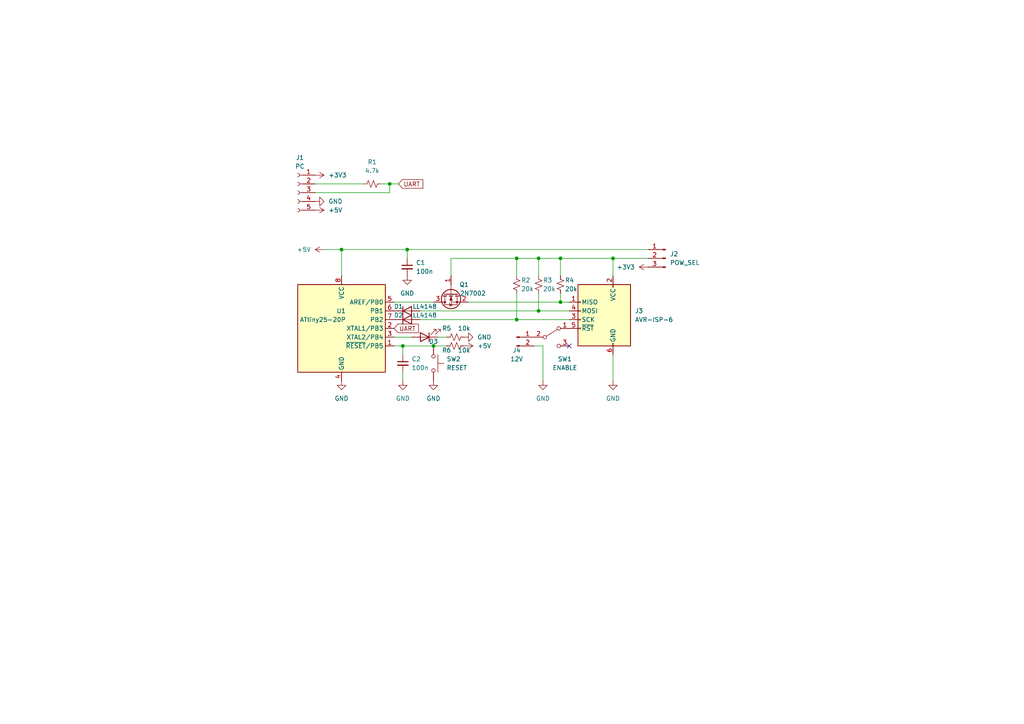
<source format=kicad_sch>
(kicad_sch (version 20230121) (generator eeschema)

  (uuid 73a66f9a-bf0c-4d1c-83de-95af1a15ee8d)

  (paper "A4")

  (lib_symbols
    (symbol "Connector:AVR-ISP-6" (pin_names (offset 1.016)) (in_bom yes) (on_board yes)
      (property "Reference" "J" (at -6.35 11.43 0)
        (effects (font (size 1.27 1.27)) (justify left))
      )
      (property "Value" "AVR-ISP-6" (at 0 11.43 0)
        (effects (font (size 1.27 1.27)) (justify left))
      )
      (property "Footprint" "" (at -6.35 1.27 90)
        (effects (font (size 1.27 1.27)) hide)
      )
      (property "Datasheet" " ~" (at -32.385 -13.97 0)
        (effects (font (size 1.27 1.27)) hide)
      )
      (property "ki_keywords" "AVR ISP Connector" (at 0 0 0)
        (effects (font (size 1.27 1.27)) hide)
      )
      (property "ki_description" "Atmel 6-pin ISP connector" (at 0 0 0)
        (effects (font (size 1.27 1.27)) hide)
      )
      (property "ki_fp_filters" "IDC?Header*2x03* Pin?Header*2x03*" (at 0 0 0)
        (effects (font (size 1.27 1.27)) hide)
      )
      (symbol "AVR-ISP-6_0_1"
        (rectangle (start -2.667 -6.858) (end -2.413 -7.62)
          (stroke (width 0) (type default))
          (fill (type none))
        )
        (rectangle (start -2.667 10.16) (end -2.413 9.398)
          (stroke (width 0) (type default))
          (fill (type none))
        )
        (rectangle (start 7.62 -2.413) (end 6.858 -2.667)
          (stroke (width 0) (type default))
          (fill (type none))
        )
        (rectangle (start 7.62 0.127) (end 6.858 -0.127)
          (stroke (width 0) (type default))
          (fill (type none))
        )
        (rectangle (start 7.62 2.667) (end 6.858 2.413)
          (stroke (width 0) (type default))
          (fill (type none))
        )
        (rectangle (start 7.62 5.207) (end 6.858 4.953)
          (stroke (width 0) (type default))
          (fill (type none))
        )
        (rectangle (start 7.62 10.16) (end -7.62 -7.62)
          (stroke (width 0.254) (type default))
          (fill (type background))
        )
      )
      (symbol "AVR-ISP-6_1_1"
        (pin passive line (at 10.16 5.08 180) (length 2.54)
          (name "MISO" (effects (font (size 1.27 1.27))))
          (number "1" (effects (font (size 1.27 1.27))))
        )
        (pin passive line (at -2.54 12.7 270) (length 2.54)
          (name "VCC" (effects (font (size 1.27 1.27))))
          (number "2" (effects (font (size 1.27 1.27))))
        )
        (pin passive line (at 10.16 0 180) (length 2.54)
          (name "SCK" (effects (font (size 1.27 1.27))))
          (number "3" (effects (font (size 1.27 1.27))))
        )
        (pin passive line (at 10.16 2.54 180) (length 2.54)
          (name "MOSI" (effects (font (size 1.27 1.27))))
          (number "4" (effects (font (size 1.27 1.27))))
        )
        (pin passive line (at 10.16 -2.54 180) (length 2.54)
          (name "~{RST}" (effects (font (size 1.27 1.27))))
          (number "5" (effects (font (size 1.27 1.27))))
        )
        (pin passive line (at -2.54 -10.16 90) (length 2.54)
          (name "GND" (effects (font (size 1.27 1.27))))
          (number "6" (effects (font (size 1.27 1.27))))
        )
      )
    )
    (symbol "Connector:Conn_01x02_Pin" (pin_names (offset 1.016) hide) (in_bom yes) (on_board yes)
      (property "Reference" "J" (at 0 2.54 0)
        (effects (font (size 1.27 1.27)))
      )
      (property "Value" "Conn_01x02_Pin" (at 0 -5.08 0)
        (effects (font (size 1.27 1.27)))
      )
      (property "Footprint" "" (at 0 0 0)
        (effects (font (size 1.27 1.27)) hide)
      )
      (property "Datasheet" "~" (at 0 0 0)
        (effects (font (size 1.27 1.27)) hide)
      )
      (property "ki_locked" "" (at 0 0 0)
        (effects (font (size 1.27 1.27)))
      )
      (property "ki_keywords" "connector" (at 0 0 0)
        (effects (font (size 1.27 1.27)) hide)
      )
      (property "ki_description" "Generic connector, single row, 01x02, script generated" (at 0 0 0)
        (effects (font (size 1.27 1.27)) hide)
      )
      (property "ki_fp_filters" "Connector*:*_1x??_*" (at 0 0 0)
        (effects (font (size 1.27 1.27)) hide)
      )
      (symbol "Conn_01x02_Pin_1_1"
        (polyline
          (pts
            (xy 1.27 -2.54)
            (xy 0.8636 -2.54)
          )
          (stroke (width 0.1524) (type default))
          (fill (type none))
        )
        (polyline
          (pts
            (xy 1.27 0)
            (xy 0.8636 0)
          )
          (stroke (width 0.1524) (type default))
          (fill (type none))
        )
        (rectangle (start 0.8636 -2.413) (end 0 -2.667)
          (stroke (width 0.1524) (type default))
          (fill (type outline))
        )
        (rectangle (start 0.8636 0.127) (end 0 -0.127)
          (stroke (width 0.1524) (type default))
          (fill (type outline))
        )
        (pin passive line (at 5.08 0 180) (length 3.81)
          (name "Pin_1" (effects (font (size 1.27 1.27))))
          (number "1" (effects (font (size 1.27 1.27))))
        )
        (pin passive line (at 5.08 -2.54 180) (length 3.81)
          (name "Pin_2" (effects (font (size 1.27 1.27))))
          (number "2" (effects (font (size 1.27 1.27))))
        )
      )
    )
    (symbol "Connector:Conn_01x03_Male" (pin_names (offset 1.016) hide) (in_bom yes) (on_board yes)
      (property "Reference" "J" (at 0 5.08 0)
        (effects (font (size 1.27 1.27)))
      )
      (property "Value" "Conn_01x03_Male" (at 0 -5.08 0)
        (effects (font (size 1.27 1.27)))
      )
      (property "Footprint" "" (at 0 0 0)
        (effects (font (size 1.27 1.27)) hide)
      )
      (property "Datasheet" "~" (at 0 0 0)
        (effects (font (size 1.27 1.27)) hide)
      )
      (property "ki_keywords" "connector" (at 0 0 0)
        (effects (font (size 1.27 1.27)) hide)
      )
      (property "ki_description" "Generic connector, single row, 01x03, script generated (kicad-library-utils/schlib/autogen/connector/)" (at 0 0 0)
        (effects (font (size 1.27 1.27)) hide)
      )
      (property "ki_fp_filters" "Connector*:*_1x??_*" (at 0 0 0)
        (effects (font (size 1.27 1.27)) hide)
      )
      (symbol "Conn_01x03_Male_1_1"
        (polyline
          (pts
            (xy 1.27 -2.54)
            (xy 0.8636 -2.54)
          )
          (stroke (width 0.1524) (type default))
          (fill (type none))
        )
        (polyline
          (pts
            (xy 1.27 0)
            (xy 0.8636 0)
          )
          (stroke (width 0.1524) (type default))
          (fill (type none))
        )
        (polyline
          (pts
            (xy 1.27 2.54)
            (xy 0.8636 2.54)
          )
          (stroke (width 0.1524) (type default))
          (fill (type none))
        )
        (rectangle (start 0.8636 -2.413) (end 0 -2.667)
          (stroke (width 0.1524) (type default))
          (fill (type outline))
        )
        (rectangle (start 0.8636 0.127) (end 0 -0.127)
          (stroke (width 0.1524) (type default))
          (fill (type outline))
        )
        (rectangle (start 0.8636 2.667) (end 0 2.413)
          (stroke (width 0.1524) (type default))
          (fill (type outline))
        )
        (pin passive line (at 5.08 2.54 180) (length 3.81)
          (name "Pin_1" (effects (font (size 1.27 1.27))))
          (number "1" (effects (font (size 1.27 1.27))))
        )
        (pin passive line (at 5.08 0 180) (length 3.81)
          (name "Pin_2" (effects (font (size 1.27 1.27))))
          (number "2" (effects (font (size 1.27 1.27))))
        )
        (pin passive line (at 5.08 -2.54 180) (length 3.81)
          (name "Pin_3" (effects (font (size 1.27 1.27))))
          (number "3" (effects (font (size 1.27 1.27))))
        )
      )
    )
    (symbol "Connector:Conn_01x05_Female" (pin_names (offset 1.016) hide) (in_bom yes) (on_board yes)
      (property "Reference" "J" (at 0 7.62 0)
        (effects (font (size 1.27 1.27)))
      )
      (property "Value" "Conn_01x05_Female" (at 0 -7.62 0)
        (effects (font (size 1.27 1.27)))
      )
      (property "Footprint" "" (at 0 0 0)
        (effects (font (size 1.27 1.27)) hide)
      )
      (property "Datasheet" "~" (at 0 0 0)
        (effects (font (size 1.27 1.27)) hide)
      )
      (property "ki_keywords" "connector" (at 0 0 0)
        (effects (font (size 1.27 1.27)) hide)
      )
      (property "ki_description" "Generic connector, single row, 01x05, script generated (kicad-library-utils/schlib/autogen/connector/)" (at 0 0 0)
        (effects (font (size 1.27 1.27)) hide)
      )
      (property "ki_fp_filters" "Connector*:*_1x??_*" (at 0 0 0)
        (effects (font (size 1.27 1.27)) hide)
      )
      (symbol "Conn_01x05_Female_1_1"
        (arc (start 0 -4.572) (mid -0.5058 -5.08) (end 0 -5.588)
          (stroke (width 0.1524) (type default))
          (fill (type none))
        )
        (arc (start 0 -2.032) (mid -0.5058 -2.54) (end 0 -3.048)
          (stroke (width 0.1524) (type default))
          (fill (type none))
        )
        (polyline
          (pts
            (xy -1.27 -5.08)
            (xy -0.508 -5.08)
          )
          (stroke (width 0.1524) (type default))
          (fill (type none))
        )
        (polyline
          (pts
            (xy -1.27 -2.54)
            (xy -0.508 -2.54)
          )
          (stroke (width 0.1524) (type default))
          (fill (type none))
        )
        (polyline
          (pts
            (xy -1.27 0)
            (xy -0.508 0)
          )
          (stroke (width 0.1524) (type default))
          (fill (type none))
        )
        (polyline
          (pts
            (xy -1.27 2.54)
            (xy -0.508 2.54)
          )
          (stroke (width 0.1524) (type default))
          (fill (type none))
        )
        (polyline
          (pts
            (xy -1.27 5.08)
            (xy -0.508 5.08)
          )
          (stroke (width 0.1524) (type default))
          (fill (type none))
        )
        (arc (start 0 0.508) (mid -0.5058 0) (end 0 -0.508)
          (stroke (width 0.1524) (type default))
          (fill (type none))
        )
        (arc (start 0 3.048) (mid -0.5058 2.54) (end 0 2.032)
          (stroke (width 0.1524) (type default))
          (fill (type none))
        )
        (arc (start 0 5.588) (mid -0.5058 5.08) (end 0 4.572)
          (stroke (width 0.1524) (type default))
          (fill (type none))
        )
        (pin passive line (at -5.08 5.08 0) (length 3.81)
          (name "Pin_1" (effects (font (size 1.27 1.27))))
          (number "1" (effects (font (size 1.27 1.27))))
        )
        (pin passive line (at -5.08 2.54 0) (length 3.81)
          (name "Pin_2" (effects (font (size 1.27 1.27))))
          (number "2" (effects (font (size 1.27 1.27))))
        )
        (pin passive line (at -5.08 0 0) (length 3.81)
          (name "Pin_3" (effects (font (size 1.27 1.27))))
          (number "3" (effects (font (size 1.27 1.27))))
        )
        (pin passive line (at -5.08 -2.54 0) (length 3.81)
          (name "Pin_4" (effects (font (size 1.27 1.27))))
          (number "4" (effects (font (size 1.27 1.27))))
        )
        (pin passive line (at -5.08 -5.08 0) (length 3.81)
          (name "Pin_5" (effects (font (size 1.27 1.27))))
          (number "5" (effects (font (size 1.27 1.27))))
        )
      )
    )
    (symbol "Device:C_Small" (pin_numbers hide) (pin_names (offset 0.254) hide) (in_bom yes) (on_board yes)
      (property "Reference" "C" (at 0.254 1.778 0)
        (effects (font (size 1.27 1.27)) (justify left))
      )
      (property "Value" "C_Small" (at 0.254 -2.032 0)
        (effects (font (size 1.27 1.27)) (justify left))
      )
      (property "Footprint" "" (at 0 0 0)
        (effects (font (size 1.27 1.27)) hide)
      )
      (property "Datasheet" "~" (at 0 0 0)
        (effects (font (size 1.27 1.27)) hide)
      )
      (property "ki_keywords" "capacitor cap" (at 0 0 0)
        (effects (font (size 1.27 1.27)) hide)
      )
      (property "ki_description" "Unpolarized capacitor, small symbol" (at 0 0 0)
        (effects (font (size 1.27 1.27)) hide)
      )
      (property "ki_fp_filters" "C_*" (at 0 0 0)
        (effects (font (size 1.27 1.27)) hide)
      )
      (symbol "C_Small_0_1"
        (polyline
          (pts
            (xy -1.524 -0.508)
            (xy 1.524 -0.508)
          )
          (stroke (width 0.3302) (type default))
          (fill (type none))
        )
        (polyline
          (pts
            (xy -1.524 0.508)
            (xy 1.524 0.508)
          )
          (stroke (width 0.3048) (type default))
          (fill (type none))
        )
      )
      (symbol "C_Small_1_1"
        (pin passive line (at 0 2.54 270) (length 2.032)
          (name "~" (effects (font (size 1.27 1.27))))
          (number "1" (effects (font (size 1.27 1.27))))
        )
        (pin passive line (at 0 -2.54 90) (length 2.032)
          (name "~" (effects (font (size 1.27 1.27))))
          (number "2" (effects (font (size 1.27 1.27))))
        )
      )
    )
    (symbol "Device:LED" (pin_numbers hide) (pin_names (offset 1.016) hide) (in_bom yes) (on_board yes)
      (property "Reference" "D" (at 0 2.54 0)
        (effects (font (size 1.27 1.27)))
      )
      (property "Value" "LED" (at 0 -2.54 0)
        (effects (font (size 1.27 1.27)))
      )
      (property "Footprint" "" (at 0 0 0)
        (effects (font (size 1.27 1.27)) hide)
      )
      (property "Datasheet" "~" (at 0 0 0)
        (effects (font (size 1.27 1.27)) hide)
      )
      (property "ki_keywords" "LED diode" (at 0 0 0)
        (effects (font (size 1.27 1.27)) hide)
      )
      (property "ki_description" "Light emitting diode" (at 0 0 0)
        (effects (font (size 1.27 1.27)) hide)
      )
      (property "ki_fp_filters" "LED* LED_SMD:* LED_THT:*" (at 0 0 0)
        (effects (font (size 1.27 1.27)) hide)
      )
      (symbol "LED_0_1"
        (polyline
          (pts
            (xy -1.27 -1.27)
            (xy -1.27 1.27)
          )
          (stroke (width 0.254) (type default))
          (fill (type none))
        )
        (polyline
          (pts
            (xy -1.27 0)
            (xy 1.27 0)
          )
          (stroke (width 0) (type default))
          (fill (type none))
        )
        (polyline
          (pts
            (xy 1.27 -1.27)
            (xy 1.27 1.27)
            (xy -1.27 0)
            (xy 1.27 -1.27)
          )
          (stroke (width 0.254) (type default))
          (fill (type none))
        )
        (polyline
          (pts
            (xy -3.048 -0.762)
            (xy -4.572 -2.286)
            (xy -3.81 -2.286)
            (xy -4.572 -2.286)
            (xy -4.572 -1.524)
          )
          (stroke (width 0) (type default))
          (fill (type none))
        )
        (polyline
          (pts
            (xy -1.778 -0.762)
            (xy -3.302 -2.286)
            (xy -2.54 -2.286)
            (xy -3.302 -2.286)
            (xy -3.302 -1.524)
          )
          (stroke (width 0) (type default))
          (fill (type none))
        )
      )
      (symbol "LED_1_1"
        (pin passive line (at -3.81 0 0) (length 2.54)
          (name "K" (effects (font (size 1.27 1.27))))
          (number "1" (effects (font (size 1.27 1.27))))
        )
        (pin passive line (at 3.81 0 180) (length 2.54)
          (name "A" (effects (font (size 1.27 1.27))))
          (number "2" (effects (font (size 1.27 1.27))))
        )
      )
    )
    (symbol "Device:R_Small_US" (pin_numbers hide) (pin_names (offset 0.254) hide) (in_bom yes) (on_board yes)
      (property "Reference" "R" (at 0.762 0.508 0)
        (effects (font (size 1.27 1.27)) (justify left))
      )
      (property "Value" "R_Small_US" (at 0.762 -1.016 0)
        (effects (font (size 1.27 1.27)) (justify left))
      )
      (property "Footprint" "" (at 0 0 0)
        (effects (font (size 1.27 1.27)) hide)
      )
      (property "Datasheet" "~" (at 0 0 0)
        (effects (font (size 1.27 1.27)) hide)
      )
      (property "ki_keywords" "r resistor" (at 0 0 0)
        (effects (font (size 1.27 1.27)) hide)
      )
      (property "ki_description" "Resistor, small US symbol" (at 0 0 0)
        (effects (font (size 1.27 1.27)) hide)
      )
      (property "ki_fp_filters" "R_*" (at 0 0 0)
        (effects (font (size 1.27 1.27)) hide)
      )
      (symbol "R_Small_US_1_1"
        (polyline
          (pts
            (xy 0 0)
            (xy 1.016 -0.381)
            (xy 0 -0.762)
            (xy -1.016 -1.143)
            (xy 0 -1.524)
          )
          (stroke (width 0) (type default))
          (fill (type none))
        )
        (polyline
          (pts
            (xy 0 1.524)
            (xy 1.016 1.143)
            (xy 0 0.762)
            (xy -1.016 0.381)
            (xy 0 0)
          )
          (stroke (width 0) (type default))
          (fill (type none))
        )
        (pin passive line (at 0 2.54 270) (length 1.016)
          (name "~" (effects (font (size 1.27 1.27))))
          (number "1" (effects (font (size 1.27 1.27))))
        )
        (pin passive line (at 0 -2.54 90) (length 1.016)
          (name "~" (effects (font (size 1.27 1.27))))
          (number "2" (effects (font (size 1.27 1.27))))
        )
      )
    )
    (symbol "Diode:LL4448" (pin_numbers hide) (pin_names hide) (in_bom yes) (on_board yes)
      (property "Reference" "D" (at 0 2.54 0)
        (effects (font (size 1.27 1.27)))
      )
      (property "Value" "LL4448" (at 0 -2.54 0)
        (effects (font (size 1.27 1.27)))
      )
      (property "Footprint" "Diode_SMD:D_MiniMELF" (at 0 -4.445 0)
        (effects (font (size 1.27 1.27)) hide)
      )
      (property "Datasheet" "http://www.vishay.com/docs/85557/ll4148.pdf" (at 0 0 0)
        (effects (font (size 1.27 1.27)) hide)
      )
      (property "Sim.Device" "D" (at 0 0 0)
        (effects (font (size 1.27 1.27)) hide)
      )
      (property "Sim.Pins" "1=K 2=A" (at 0 0 0)
        (effects (font (size 1.27 1.27)) hide)
      )
      (property "ki_keywords" "diode" (at 0 0 0)
        (effects (font (size 1.27 1.27)) hide)
      )
      (property "ki_description" "100V 0.15A standard switching diode, MiniMELF" (at 0 0 0)
        (effects (font (size 1.27 1.27)) hide)
      )
      (property "ki_fp_filters" "D*MiniMELF*" (at 0 0 0)
        (effects (font (size 1.27 1.27)) hide)
      )
      (symbol "LL4448_0_1"
        (polyline
          (pts
            (xy -1.27 1.27)
            (xy -1.27 -1.27)
          )
          (stroke (width 0.254) (type default))
          (fill (type none))
        )
        (polyline
          (pts
            (xy 1.27 0)
            (xy -1.27 0)
          )
          (stroke (width 0) (type default))
          (fill (type none))
        )
        (polyline
          (pts
            (xy 1.27 1.27)
            (xy 1.27 -1.27)
            (xy -1.27 0)
            (xy 1.27 1.27)
          )
          (stroke (width 0.254) (type default))
          (fill (type none))
        )
      )
      (symbol "LL4448_1_1"
        (pin passive line (at -3.81 0 0) (length 2.54)
          (name "K" (effects (font (size 1.27 1.27))))
          (number "1" (effects (font (size 1.27 1.27))))
        )
        (pin passive line (at 3.81 0 180) (length 2.54)
          (name "A" (effects (font (size 1.27 1.27))))
          (number "2" (effects (font (size 1.27 1.27))))
        )
      )
    )
    (symbol "MCU_Microchip_ATtiny:ATtiny25-20P" (in_bom yes) (on_board yes)
      (property "Reference" "U" (at -12.7 13.97 0)
        (effects (font (size 1.27 1.27)) (justify left bottom))
      )
      (property "Value" "ATtiny25-20P" (at 2.54 -13.97 0)
        (effects (font (size 1.27 1.27)) (justify left top))
      )
      (property "Footprint" "Package_DIP:DIP-8_W7.62mm" (at 0 0 0)
        (effects (font (size 1.27 1.27) italic) hide)
      )
      (property "Datasheet" "http://ww1.microchip.com/downloads/en/DeviceDoc/atmel-2586-avr-8-bit-microcontroller-attiny25-attiny45-attiny85_datasheet.pdf" (at 0 0 0)
        (effects (font (size 1.27 1.27)) hide)
      )
      (property "ki_keywords" "AVR 8bit Microcontroller tinyAVR" (at 0 0 0)
        (effects (font (size 1.27 1.27)) hide)
      )
      (property "ki_description" "20MHz, 2kB Flash, 128B SRAM, 128B EEPROM, debugWIRE, DIP-8" (at 0 0 0)
        (effects (font (size 1.27 1.27)) hide)
      )
      (property "ki_fp_filters" "DIP*W7.62mm*" (at 0 0 0)
        (effects (font (size 1.27 1.27)) hide)
      )
      (symbol "ATtiny25-20P_0_1"
        (rectangle (start -12.7 -12.7) (end 12.7 12.7)
          (stroke (width 0.254) (type default))
          (fill (type background))
        )
      )
      (symbol "ATtiny25-20P_1_1"
        (pin bidirectional line (at 15.24 -5.08 180) (length 2.54)
          (name "~{RESET}/PB5" (effects (font (size 1.27 1.27))))
          (number "1" (effects (font (size 1.27 1.27))))
        )
        (pin bidirectional line (at 15.24 0 180) (length 2.54)
          (name "XTAL1/PB3" (effects (font (size 1.27 1.27))))
          (number "2" (effects (font (size 1.27 1.27))))
        )
        (pin bidirectional line (at 15.24 -2.54 180) (length 2.54)
          (name "XTAL2/PB4" (effects (font (size 1.27 1.27))))
          (number "3" (effects (font (size 1.27 1.27))))
        )
        (pin power_in line (at 0 -15.24 90) (length 2.54)
          (name "GND" (effects (font (size 1.27 1.27))))
          (number "4" (effects (font (size 1.27 1.27))))
        )
        (pin bidirectional line (at 15.24 7.62 180) (length 2.54)
          (name "AREF/PB0" (effects (font (size 1.27 1.27))))
          (number "5" (effects (font (size 1.27 1.27))))
        )
        (pin bidirectional line (at 15.24 5.08 180) (length 2.54)
          (name "PB1" (effects (font (size 1.27 1.27))))
          (number "6" (effects (font (size 1.27 1.27))))
        )
        (pin bidirectional line (at 15.24 2.54 180) (length 2.54)
          (name "PB2" (effects (font (size 1.27 1.27))))
          (number "7" (effects (font (size 1.27 1.27))))
        )
        (pin power_in line (at 0 15.24 270) (length 2.54)
          (name "VCC" (effects (font (size 1.27 1.27))))
          (number "8" (effects (font (size 1.27 1.27))))
        )
      )
    )
    (symbol "Switch:SW_Push" (pin_numbers hide) (pin_names (offset 1.016) hide) (in_bom yes) (on_board yes)
      (property "Reference" "SW" (at 1.27 2.54 0)
        (effects (font (size 1.27 1.27)) (justify left))
      )
      (property "Value" "SW_Push" (at 0 -1.524 0)
        (effects (font (size 1.27 1.27)))
      )
      (property "Footprint" "" (at 0 5.08 0)
        (effects (font (size 1.27 1.27)) hide)
      )
      (property "Datasheet" "~" (at 0 5.08 0)
        (effects (font (size 1.27 1.27)) hide)
      )
      (property "ki_keywords" "switch normally-open pushbutton push-button" (at 0 0 0)
        (effects (font (size 1.27 1.27)) hide)
      )
      (property "ki_description" "Push button switch, generic, two pins" (at 0 0 0)
        (effects (font (size 1.27 1.27)) hide)
      )
      (symbol "SW_Push_0_1"
        (circle (center -2.032 0) (radius 0.508)
          (stroke (width 0) (type default))
          (fill (type none))
        )
        (polyline
          (pts
            (xy 0 1.27)
            (xy 0 3.048)
          )
          (stroke (width 0) (type default))
          (fill (type none))
        )
        (polyline
          (pts
            (xy 2.54 1.27)
            (xy -2.54 1.27)
          )
          (stroke (width 0) (type default))
          (fill (type none))
        )
        (circle (center 2.032 0) (radius 0.508)
          (stroke (width 0) (type default))
          (fill (type none))
        )
        (pin passive line (at -5.08 0 0) (length 2.54)
          (name "1" (effects (font (size 1.27 1.27))))
          (number "1" (effects (font (size 1.27 1.27))))
        )
        (pin passive line (at 5.08 0 180) (length 2.54)
          (name "2" (effects (font (size 1.27 1.27))))
          (number "2" (effects (font (size 1.27 1.27))))
        )
      )
    )
    (symbol "Switch:SW_SPDT" (pin_names (offset 0) hide) (in_bom yes) (on_board yes)
      (property "Reference" "SW" (at 0 4.318 0)
        (effects (font (size 1.27 1.27)))
      )
      (property "Value" "SW_SPDT" (at 0 -5.08 0)
        (effects (font (size 1.27 1.27)))
      )
      (property "Footprint" "" (at 0 0 0)
        (effects (font (size 1.27 1.27)) hide)
      )
      (property "Datasheet" "~" (at 0 0 0)
        (effects (font (size 1.27 1.27)) hide)
      )
      (property "ki_keywords" "switch single-pole double-throw spdt ON-ON" (at 0 0 0)
        (effects (font (size 1.27 1.27)) hide)
      )
      (property "ki_description" "Switch, single pole double throw" (at 0 0 0)
        (effects (font (size 1.27 1.27)) hide)
      )
      (symbol "SW_SPDT_0_0"
        (circle (center -2.032 0) (radius 0.508)
          (stroke (width 0) (type default))
          (fill (type none))
        )
        (circle (center 2.032 -2.54) (radius 0.508)
          (stroke (width 0) (type default))
          (fill (type none))
        )
      )
      (symbol "SW_SPDT_0_1"
        (polyline
          (pts
            (xy -1.524 0.254)
            (xy 1.651 2.286)
          )
          (stroke (width 0) (type default))
          (fill (type none))
        )
        (circle (center 2.032 2.54) (radius 0.508)
          (stroke (width 0) (type default))
          (fill (type none))
        )
      )
      (symbol "SW_SPDT_1_1"
        (pin passive line (at 5.08 2.54 180) (length 2.54)
          (name "A" (effects (font (size 1.27 1.27))))
          (number "1" (effects (font (size 1.27 1.27))))
        )
        (pin passive line (at -5.08 0 0) (length 2.54)
          (name "B" (effects (font (size 1.27 1.27))))
          (number "2" (effects (font (size 1.27 1.27))))
        )
        (pin passive line (at 5.08 -2.54 180) (length 2.54)
          (name "C" (effects (font (size 1.27 1.27))))
          (number "3" (effects (font (size 1.27 1.27))))
        )
      )
    )
    (symbol "Transistor_FET:2N7002" (pin_names hide) (in_bom yes) (on_board yes)
      (property "Reference" "Q" (at 5.08 1.905 0)
        (effects (font (size 1.27 1.27)) (justify left))
      )
      (property "Value" "2N7002" (at 5.08 0 0)
        (effects (font (size 1.27 1.27)) (justify left))
      )
      (property "Footprint" "Package_TO_SOT_SMD:SOT-23" (at 5.08 -1.905 0)
        (effects (font (size 1.27 1.27) italic) (justify left) hide)
      )
      (property "Datasheet" "https://www.onsemi.com/pub/Collateral/NDS7002A-D.PDF" (at 0 0 0)
        (effects (font (size 1.27 1.27)) (justify left) hide)
      )
      (property "ki_keywords" "N-Channel Switching MOSFET" (at 0 0 0)
        (effects (font (size 1.27 1.27)) hide)
      )
      (property "ki_description" "0.115A Id, 60V Vds, N-Channel MOSFET, SOT-23" (at 0 0 0)
        (effects (font (size 1.27 1.27)) hide)
      )
      (property "ki_fp_filters" "SOT?23*" (at 0 0 0)
        (effects (font (size 1.27 1.27)) hide)
      )
      (symbol "2N7002_0_1"
        (polyline
          (pts
            (xy 0.254 0)
            (xy -2.54 0)
          )
          (stroke (width 0) (type default))
          (fill (type none))
        )
        (polyline
          (pts
            (xy 0.254 1.905)
            (xy 0.254 -1.905)
          )
          (stroke (width 0.254) (type default))
          (fill (type none))
        )
        (polyline
          (pts
            (xy 0.762 -1.27)
            (xy 0.762 -2.286)
          )
          (stroke (width 0.254) (type default))
          (fill (type none))
        )
        (polyline
          (pts
            (xy 0.762 0.508)
            (xy 0.762 -0.508)
          )
          (stroke (width 0.254) (type default))
          (fill (type none))
        )
        (polyline
          (pts
            (xy 0.762 2.286)
            (xy 0.762 1.27)
          )
          (stroke (width 0.254) (type default))
          (fill (type none))
        )
        (polyline
          (pts
            (xy 2.54 2.54)
            (xy 2.54 1.778)
          )
          (stroke (width 0) (type default))
          (fill (type none))
        )
        (polyline
          (pts
            (xy 2.54 -2.54)
            (xy 2.54 0)
            (xy 0.762 0)
          )
          (stroke (width 0) (type default))
          (fill (type none))
        )
        (polyline
          (pts
            (xy 0.762 -1.778)
            (xy 3.302 -1.778)
            (xy 3.302 1.778)
            (xy 0.762 1.778)
          )
          (stroke (width 0) (type default))
          (fill (type none))
        )
        (polyline
          (pts
            (xy 1.016 0)
            (xy 2.032 0.381)
            (xy 2.032 -0.381)
            (xy 1.016 0)
          )
          (stroke (width 0) (type default))
          (fill (type outline))
        )
        (polyline
          (pts
            (xy 2.794 0.508)
            (xy 2.921 0.381)
            (xy 3.683 0.381)
            (xy 3.81 0.254)
          )
          (stroke (width 0) (type default))
          (fill (type none))
        )
        (polyline
          (pts
            (xy 3.302 0.381)
            (xy 2.921 -0.254)
            (xy 3.683 -0.254)
            (xy 3.302 0.381)
          )
          (stroke (width 0) (type default))
          (fill (type none))
        )
        (circle (center 1.651 0) (radius 2.794)
          (stroke (width 0.254) (type default))
          (fill (type none))
        )
        (circle (center 2.54 -1.778) (radius 0.254)
          (stroke (width 0) (type default))
          (fill (type outline))
        )
        (circle (center 2.54 1.778) (radius 0.254)
          (stroke (width 0) (type default))
          (fill (type outline))
        )
      )
      (symbol "2N7002_1_1"
        (pin input line (at -5.08 0 0) (length 2.54)
          (name "G" (effects (font (size 1.27 1.27))))
          (number "1" (effects (font (size 1.27 1.27))))
        )
        (pin passive line (at 2.54 -5.08 90) (length 2.54)
          (name "S" (effects (font (size 1.27 1.27))))
          (number "2" (effects (font (size 1.27 1.27))))
        )
        (pin passive line (at 2.54 5.08 270) (length 2.54)
          (name "D" (effects (font (size 1.27 1.27))))
          (number "3" (effects (font (size 1.27 1.27))))
        )
      )
    )
    (symbol "power:+3V3" (power) (pin_names (offset 0)) (in_bom yes) (on_board yes)
      (property "Reference" "#PWR" (at 0 -3.81 0)
        (effects (font (size 1.27 1.27)) hide)
      )
      (property "Value" "+3V3" (at 0 3.556 0)
        (effects (font (size 1.27 1.27)))
      )
      (property "Footprint" "" (at 0 0 0)
        (effects (font (size 1.27 1.27)) hide)
      )
      (property "Datasheet" "" (at 0 0 0)
        (effects (font (size 1.27 1.27)) hide)
      )
      (property "ki_keywords" "power-flag" (at 0 0 0)
        (effects (font (size 1.27 1.27)) hide)
      )
      (property "ki_description" "Power symbol creates a global label with name \"+3V3\"" (at 0 0 0)
        (effects (font (size 1.27 1.27)) hide)
      )
      (symbol "+3V3_0_1"
        (polyline
          (pts
            (xy -0.762 1.27)
            (xy 0 2.54)
          )
          (stroke (width 0) (type default))
          (fill (type none))
        )
        (polyline
          (pts
            (xy 0 0)
            (xy 0 2.54)
          )
          (stroke (width 0) (type default))
          (fill (type none))
        )
        (polyline
          (pts
            (xy 0 2.54)
            (xy 0.762 1.27)
          )
          (stroke (width 0) (type default))
          (fill (type none))
        )
      )
      (symbol "+3V3_1_1"
        (pin power_in line (at 0 0 90) (length 0) hide
          (name "+3V3" (effects (font (size 1.27 1.27))))
          (number "1" (effects (font (size 1.27 1.27))))
        )
      )
    )
    (symbol "power:+5V" (power) (pin_names (offset 0)) (in_bom yes) (on_board yes)
      (property "Reference" "#PWR" (at 0 -3.81 0)
        (effects (font (size 1.27 1.27)) hide)
      )
      (property "Value" "+5V" (at 0 3.556 0)
        (effects (font (size 1.27 1.27)))
      )
      (property "Footprint" "" (at 0 0 0)
        (effects (font (size 1.27 1.27)) hide)
      )
      (property "Datasheet" "" (at 0 0 0)
        (effects (font (size 1.27 1.27)) hide)
      )
      (property "ki_keywords" "power-flag" (at 0 0 0)
        (effects (font (size 1.27 1.27)) hide)
      )
      (property "ki_description" "Power symbol creates a global label with name \"+5V\"" (at 0 0 0)
        (effects (font (size 1.27 1.27)) hide)
      )
      (symbol "+5V_0_1"
        (polyline
          (pts
            (xy -0.762 1.27)
            (xy 0 2.54)
          )
          (stroke (width 0) (type default))
          (fill (type none))
        )
        (polyline
          (pts
            (xy 0 0)
            (xy 0 2.54)
          )
          (stroke (width 0) (type default))
          (fill (type none))
        )
        (polyline
          (pts
            (xy 0 2.54)
            (xy 0.762 1.27)
          )
          (stroke (width 0) (type default))
          (fill (type none))
        )
      )
      (symbol "+5V_1_1"
        (pin power_in line (at 0 0 90) (length 0) hide
          (name "+5V" (effects (font (size 1.27 1.27))))
          (number "1" (effects (font (size 1.27 1.27))))
        )
      )
    )
    (symbol "power:GND" (power) (pin_names (offset 0)) (in_bom yes) (on_board yes)
      (property "Reference" "#PWR" (at 0 -6.35 0)
        (effects (font (size 1.27 1.27)) hide)
      )
      (property "Value" "GND" (at 0 -3.81 0)
        (effects (font (size 1.27 1.27)))
      )
      (property "Footprint" "" (at 0 0 0)
        (effects (font (size 1.27 1.27)) hide)
      )
      (property "Datasheet" "" (at 0 0 0)
        (effects (font (size 1.27 1.27)) hide)
      )
      (property "ki_keywords" "power-flag" (at 0 0 0)
        (effects (font (size 1.27 1.27)) hide)
      )
      (property "ki_description" "Power symbol creates a global label with name \"GND\" , ground" (at 0 0 0)
        (effects (font (size 1.27 1.27)) hide)
      )
      (symbol "GND_0_1"
        (polyline
          (pts
            (xy 0 0)
            (xy 0 -1.27)
            (xy 1.27 -1.27)
            (xy 0 -2.54)
            (xy -1.27 -1.27)
            (xy 0 -1.27)
          )
          (stroke (width 0) (type default))
          (fill (type none))
        )
      )
      (symbol "GND_1_1"
        (pin power_in line (at 0 0 270) (length 0) hide
          (name "GND" (effects (font (size 1.27 1.27))))
          (number "1" (effects (font (size 1.27 1.27))))
        )
      )
    )
  )

  (junction (at 156.21 90.17) (diameter 0) (color 0 0 0 0)
    (uuid 3194dd34-d6c2-4a58-9cb0-606f5c962c5a)
  )
  (junction (at 162.56 87.63) (diameter 0) (color 0 0 0 0)
    (uuid 3f9066e2-d9d8-467a-bd1b-399c74e3817a)
  )
  (junction (at 149.86 92.71) (diameter 0) (color 0 0 0 0)
    (uuid 448a370a-21b9-440e-961c-c2da1b9546a7)
  )
  (junction (at 177.8 74.93) (diameter 0) (color 0 0 0 0)
    (uuid 7747ca66-ec86-48a6-a01e-1a25f7f5126a)
  )
  (junction (at 149.86 74.93) (diameter 0) (color 0 0 0 0)
    (uuid 8790e300-f3c3-4c0b-9638-e3f05b3d4810)
  )
  (junction (at 156.21 74.93) (diameter 0) (color 0 0 0 0)
    (uuid 8f2f856c-cb2c-4c91-b8ed-8f5ca3fe5baf)
  )
  (junction (at 118.11 72.39) (diameter 0) (color 0 0 0 0)
    (uuid 9c5bbb3d-5aa7-40f0-9619-1c146c40b0b3)
  )
  (junction (at 99.06 72.39) (diameter 0) (color 0 0 0 0)
    (uuid afced629-593e-4a50-98f4-2345a0e4a2ac)
  )
  (junction (at 116.84 100.33) (diameter 0) (color 0 0 0 0)
    (uuid c94fdf6d-6073-461c-b537-e65bbd78ef22)
  )
  (junction (at 125.73 100.33) (diameter 0) (color 0 0 0 0)
    (uuid cc83ecc2-b5a1-4d61-8b6a-5ce86831427e)
  )
  (junction (at 162.56 74.93) (diameter 0) (color 0 0 0 0)
    (uuid d7d48c3c-6524-484a-b319-3fb9fc019ae6)
  )
  (junction (at 113.03 53.34) (diameter 0) (color 0 0 0 0)
    (uuid ef6cf3aa-a161-4d65-8daa-469453107898)
  )

  (no_connect (at 165.1 100.33) (uuid bc0aeb81-85b0-4e3d-903e-fe170f57c715))

  (wire (pts (xy 157.48 100.33) (xy 157.48 110.49))
    (stroke (width 0) (type default))
    (uuid 019ca72c-99c0-4ace-bdc5-acd5e710b262)
  )
  (wire (pts (xy 149.86 80.01) (xy 149.86 74.93))
    (stroke (width 0) (type default))
    (uuid 025e7630-830f-4238-90bf-fdd288a477d7)
  )
  (wire (pts (xy 187.96 74.93) (xy 177.8 74.93))
    (stroke (width 0) (type default))
    (uuid 07b6fdd1-a279-410b-a1f7-a52d05f4940f)
  )
  (wire (pts (xy 91.44 53.34) (xy 105.41 53.34))
    (stroke (width 0) (type default))
    (uuid 07fbcaac-f7e1-4eaa-8554-898bc208aa94)
  )
  (wire (pts (xy 154.94 100.33) (xy 157.48 100.33))
    (stroke (width 0) (type default))
    (uuid 12b497f1-5d17-4780-8895-16303078acbf)
  )
  (wire (pts (xy 91.44 55.88) (xy 113.03 55.88))
    (stroke (width 0) (type default))
    (uuid 1b20760c-34b3-424a-8e7d-c6e62ae9179b)
  )
  (wire (pts (xy 114.3 87.63) (xy 125.73 87.63))
    (stroke (width 0) (type default))
    (uuid 1cfc15d1-57e8-4496-a41e-4081246e387f)
  )
  (wire (pts (xy 116.84 107.95) (xy 116.84 110.49))
    (stroke (width 0) (type default))
    (uuid 1f790357-8526-4c90-9262-9bf31ddb2080)
  )
  (wire (pts (xy 113.03 53.34) (xy 113.03 55.88))
    (stroke (width 0) (type default))
    (uuid 2b5e764b-c24b-4a95-81ab-d9b63858b307)
  )
  (wire (pts (xy 121.92 90.17) (xy 156.21 90.17))
    (stroke (width 0) (type default))
    (uuid 38d9093b-6649-4538-a5ec-07100c85c74c)
  )
  (wire (pts (xy 149.86 74.93) (xy 156.21 74.93))
    (stroke (width 0) (type default))
    (uuid 3f3cec37-69a7-4410-910a-912d4f07d1e9)
  )
  (wire (pts (xy 116.84 100.33) (xy 125.73 100.33))
    (stroke (width 0) (type default))
    (uuid 462b5473-d973-462e-b235-d50b022a6435)
  )
  (wire (pts (xy 177.8 74.93) (xy 177.8 80.01))
    (stroke (width 0) (type default))
    (uuid 462f36b5-5d31-4a88-b312-1240e40e871b)
  )
  (wire (pts (xy 156.21 85.09) (xy 156.21 90.17))
    (stroke (width 0) (type default))
    (uuid 49941f46-dfa8-404c-ab22-4b983b63e7e5)
  )
  (wire (pts (xy 177.8 102.87) (xy 177.8 110.49))
    (stroke (width 0) (type default))
    (uuid 4fb47a99-573c-4e23-9301-e18fb2cb0407)
  )
  (wire (pts (xy 93.98 72.39) (xy 99.06 72.39))
    (stroke (width 0) (type default))
    (uuid 5998650f-e9e1-48e7-b072-7a73f80e736a)
  )
  (wire (pts (xy 121.92 92.71) (xy 149.86 92.71))
    (stroke (width 0) (type default))
    (uuid 5a6a527a-18a4-461c-b6fb-1b489c4ffc48)
  )
  (wire (pts (xy 114.3 100.33) (xy 116.84 100.33))
    (stroke (width 0) (type default))
    (uuid 66347efa-e0e5-4fb8-b1f5-1d7e792c7659)
  )
  (wire (pts (xy 149.86 92.71) (xy 165.1 92.71))
    (stroke (width 0) (type default))
    (uuid 69a3e356-9433-41d8-916b-c9e98853a28d)
  )
  (wire (pts (xy 162.56 74.93) (xy 177.8 74.93))
    (stroke (width 0) (type default))
    (uuid 6ad9e76a-922e-458b-b441-8269429b1865)
  )
  (wire (pts (xy 125.73 100.33) (xy 129.54 100.33))
    (stroke (width 0) (type default))
    (uuid 6c63fb40-7590-4da4-8712-b30a75282a8a)
  )
  (wire (pts (xy 149.86 85.09) (xy 149.86 92.71))
    (stroke (width 0) (type default))
    (uuid 6ef39c40-f9ae-486e-8055-ec51845361b7)
  )
  (wire (pts (xy 113.03 53.34) (xy 115.57 53.34))
    (stroke (width 0) (type default))
    (uuid 6f32a366-1422-4084-9421-3642c9563e0c)
  )
  (wire (pts (xy 118.11 72.39) (xy 187.96 72.39))
    (stroke (width 0) (type default))
    (uuid 6fbb1c11-868d-4f8a-aa6f-5949bbc09de0)
  )
  (wire (pts (xy 99.06 72.39) (xy 99.06 80.01))
    (stroke (width 0) (type default))
    (uuid 8157cd0d-59b5-4b06-a28e-fa299f516d67)
  )
  (wire (pts (xy 130.81 74.93) (xy 149.86 74.93))
    (stroke (width 0) (type default))
    (uuid 854883fe-e2d6-47cd-b253-d7dd5a7fb763)
  )
  (wire (pts (xy 156.21 74.93) (xy 162.56 74.93))
    (stroke (width 0) (type default))
    (uuid 87ae9ffe-da52-48af-823c-54818d9cc09e)
  )
  (wire (pts (xy 116.84 100.33) (xy 116.84 102.87))
    (stroke (width 0) (type default))
    (uuid 8cd6f430-b205-47c0-b89e-5620a8f12b60)
  )
  (wire (pts (xy 130.81 80.01) (xy 130.81 74.93))
    (stroke (width 0) (type default))
    (uuid a2045cf1-0788-47d3-b230-ec69985289cd)
  )
  (wire (pts (xy 135.89 87.63) (xy 162.56 87.63))
    (stroke (width 0) (type default))
    (uuid a855a0c1-6119-4ed0-a3fd-70a7fc21627e)
  )
  (wire (pts (xy 99.06 72.39) (xy 118.11 72.39))
    (stroke (width 0) (type default))
    (uuid aa1515b5-420b-416b-bc87-3e34290383c7)
  )
  (wire (pts (xy 162.56 87.63) (xy 165.1 87.63))
    (stroke (width 0) (type default))
    (uuid c4e527e2-228a-497d-9aac-fbdf744f3129)
  )
  (wire (pts (xy 156.21 74.93) (xy 156.21 80.01))
    (stroke (width 0) (type default))
    (uuid d584c8f2-0e0c-497a-bd50-737bc926db66)
  )
  (wire (pts (xy 156.21 90.17) (xy 165.1 90.17))
    (stroke (width 0) (type default))
    (uuid d79b19dd-cf6a-4040-9f9d-d94bc2fe486f)
  )
  (wire (pts (xy 110.49 53.34) (xy 113.03 53.34))
    (stroke (width 0) (type default))
    (uuid d88ae482-cd1e-4e07-9d0e-3eceb6035aec)
  )
  (wire (pts (xy 127 97.79) (xy 129.54 97.79))
    (stroke (width 0) (type default))
    (uuid ddc2f670-abb3-46fe-acef-de7a7461e393)
  )
  (wire (pts (xy 162.56 85.09) (xy 162.56 87.63))
    (stroke (width 0) (type default))
    (uuid e1f42ef0-b50e-46c0-b44f-d07a36c4d9ef)
  )
  (wire (pts (xy 118.11 72.39) (xy 118.11 74.93))
    (stroke (width 0) (type default))
    (uuid e53d71f0-9529-4906-8469-eeb37a054f48)
  )
  (wire (pts (xy 162.56 74.93) (xy 162.56 80.01))
    (stroke (width 0) (type default))
    (uuid fc929bbb-68aa-4379-8155-c454a383de2e)
  )
  (wire (pts (xy 114.3 97.79) (xy 119.38 97.79))
    (stroke (width 0) (type default))
    (uuid feaa817b-e975-43c4-85a2-af563df97f1c)
  )

  (global_label "UART" (shape input) (at 114.3 95.25 0) (fields_autoplaced)
    (effects (font (size 1.27 1.27)) (justify left))
    (uuid 70ff5381-385c-48e9-a583-e898685c7bb3)
    (property "Intersheetrefs" "${INTERSHEET_REFS}" (at 121.3698 95.1706 0)
      (effects (font (size 1.27 1.27)) (justify left) hide)
    )
  )
  (global_label "UART" (shape input) (at 115.57 53.34 0) (fields_autoplaced)
    (effects (font (size 1.27 1.27)) (justify left))
    (uuid 85dc5248-2181-4198-865d-b745e44ae0d0)
    (property "Intersheetrefs" "${INTERSHEET_REFS}" (at 122.6398 53.2606 0)
      (effects (font (size 1.27 1.27)) (justify left) hide)
    )
  )

  (symbol (lib_id "power:GND") (at 125.73 110.49 0) (unit 1)
    (in_bom yes) (on_board yes) (dnp no) (fields_autoplaced)
    (uuid 01486223-47d4-4d15-aaeb-431b28188104)
    (property "Reference" "#PWR011" (at 125.73 116.84 0)
      (effects (font (size 1.27 1.27)) hide)
    )
    (property "Value" "GND" (at 125.73 115.57 0)
      (effects (font (size 1.27 1.27)))
    )
    (property "Footprint" "" (at 125.73 110.49 0)
      (effects (font (size 1.27 1.27)) hide)
    )
    (property "Datasheet" "" (at 125.73 110.49 0)
      (effects (font (size 1.27 1.27)) hide)
    )
    (pin "1" (uuid aa118331-2697-40a8-a0f6-ccbf47d5b6de))
    (instances
      (project "isp"
        (path "/73a66f9a-bf0c-4d1c-83de-95af1a15ee8d"
          (reference "#PWR011") (unit 1)
        )
      )
    )
  )

  (symbol (lib_id "Device:R_Small_US") (at 149.86 82.55 0) (unit 1)
    (in_bom yes) (on_board yes) (dnp no)
    (uuid 02377258-7475-4377-9516-34b1bb42f72e)
    (property "Reference" "R2" (at 151.13 81.28 0)
      (effects (font (size 1.27 1.27)) (justify left))
    )
    (property "Value" "20k" (at 151.13 83.82 0)
      (effects (font (size 1.27 1.27)) (justify left))
    )
    (property "Footprint" "Resistor_SMD:R_0805_2012Metric" (at 149.86 82.55 0)
      (effects (font (size 1.27 1.27)) hide)
    )
    (property "Datasheet" "~" (at 149.86 82.55 0)
      (effects (font (size 1.27 1.27)) hide)
    )
    (pin "1" (uuid 0c92ba3d-f4f7-4599-82d4-898ca81ce81b))
    (pin "2" (uuid 2ca2e56f-26bd-4b72-a418-9355297ee344))
    (instances
      (project "isp"
        (path "/73a66f9a-bf0c-4d1c-83de-95af1a15ee8d"
          (reference "R2") (unit 1)
        )
      )
    )
  )

  (symbol (lib_id "power:GND") (at 91.44 58.42 90) (unit 1)
    (in_bom yes) (on_board yes) (dnp no) (fields_autoplaced)
    (uuid 11a5157b-c970-4952-be6e-89e8016adb3c)
    (property "Reference" "#PWR02" (at 97.79 58.42 0)
      (effects (font (size 1.27 1.27)) hide)
    )
    (property "Value" "GND" (at 95.25 58.4199 90)
      (effects (font (size 1.27 1.27)) (justify right))
    )
    (property "Footprint" "" (at 91.44 58.42 0)
      (effects (font (size 1.27 1.27)) hide)
    )
    (property "Datasheet" "" (at 91.44 58.42 0)
      (effects (font (size 1.27 1.27)) hide)
    )
    (pin "1" (uuid fff65622-baea-49d9-9723-5bd57ef3a9b0))
    (instances
      (project "isp"
        (path "/73a66f9a-bf0c-4d1c-83de-95af1a15ee8d"
          (reference "#PWR02") (unit 1)
        )
      )
    )
  )

  (symbol (lib_id "Connector:AVR-ISP-6") (at 175.26 92.71 0) (mirror y) (unit 1)
    (in_bom yes) (on_board yes) (dnp no)
    (uuid 1f6335fb-511e-496d-8f8e-c6cd3df4e8a5)
    (property "Reference" "J3" (at 184.15 90.17 0)
      (effects (font (size 1.27 1.27)) (justify right))
    )
    (property "Value" "AVR-ISP-6" (at 184.15 92.71 0)
      (effects (font (size 1.27 1.27)) (justify right))
    )
    (property "Footprint" "Connector_PinHeader_2.54mm:PinHeader_2x03_P2.54mm_Vertical" (at 181.61 91.44 90)
      (effects (font (size 1.27 1.27)) hide)
    )
    (property "Datasheet" " ~" (at 207.645 106.68 0)
      (effects (font (size 1.27 1.27)) hide)
    )
    (pin "1" (uuid f21e4bef-306e-4c14-b35d-e26326ce2a07))
    (pin "2" (uuid 381d6f89-4596-480a-a31a-5d6e586aeb99))
    (pin "3" (uuid 6dc5dbf7-bb55-4333-beae-af478d71c5bd))
    (pin "4" (uuid 4fa5fda9-9205-4c52-85e0-129bc0d10d4e))
    (pin "5" (uuid 18ceda51-d415-45da-ad9b-8c2351a6da86))
    (pin "6" (uuid 8dc05ac4-938d-4416-a4a6-10074ad6f9c5))
    (instances
      (project "isp"
        (path "/73a66f9a-bf0c-4d1c-83de-95af1a15ee8d"
          (reference "J3") (unit 1)
        )
      )
    )
  )

  (symbol (lib_id "Diode:LL4448") (at 118.11 90.17 0) (unit 1)
    (in_bom yes) (on_board yes) (dnp no)
    (uuid 2076f132-b792-4287-b4b2-2a0974678d3c)
    (property "Reference" "D1" (at 115.57 88.9 0)
      (effects (font (size 1.27 1.27)))
    )
    (property "Value" "LL4148" (at 123.19 88.9 0)
      (effects (font (size 1.27 1.27)))
    )
    (property "Footprint" "Diode_SMD:D_MiniMELF" (at 118.11 94.615 0)
      (effects (font (size 1.27 1.27)) hide)
    )
    (property "Datasheet" "http://www.vishay.com/docs/85557/ll4148.pdf" (at 118.11 90.17 0)
      (effects (font (size 1.27 1.27)) hide)
    )
    (property "Sim.Device" "D" (at 118.11 90.17 0)
      (effects (font (size 1.27 1.27)) hide)
    )
    (property "Sim.Pins" "1=K 2=A" (at 118.11 90.17 0)
      (effects (font (size 1.27 1.27)) hide)
    )
    (pin "1" (uuid d9a391a4-072a-432b-a23c-4060cdaaae61))
    (pin "2" (uuid 7fb387a8-eca9-4c91-a76f-6cb999ef927c))
    (instances
      (project "isp"
        (path "/73a66f9a-bf0c-4d1c-83de-95af1a15ee8d"
          (reference "D1") (unit 1)
        )
      )
    )
  )

  (symbol (lib_id "Device:C_Small") (at 118.11 77.47 0) (unit 1)
    (in_bom yes) (on_board yes) (dnp no)
    (uuid 21123fbd-fd03-48ef-944b-80b44a1067f0)
    (property "Reference" "C1" (at 120.65 76.2 0)
      (effects (font (size 1.27 1.27)) (justify left))
    )
    (property "Value" "100n" (at 120.65 78.74 0)
      (effects (font (size 1.27 1.27)) (justify left))
    )
    (property "Footprint" "Capacitor_SMD:C_0805_2012Metric" (at 118.11 77.47 0)
      (effects (font (size 1.27 1.27)) hide)
    )
    (property "Datasheet" "~" (at 118.11 77.47 0)
      (effects (font (size 1.27 1.27)) hide)
    )
    (pin "1" (uuid d6ffe597-4828-4041-a941-bc86c734e954))
    (pin "2" (uuid 2b1d7a8e-c57c-40a8-9e02-f04098b69575))
    (instances
      (project "isp"
        (path "/73a66f9a-bf0c-4d1c-83de-95af1a15ee8d"
          (reference "C1") (unit 1)
        )
      )
    )
  )

  (symbol (lib_id "Transistor_FET:2N7002") (at 130.81 85.09 90) (mirror x) (unit 1)
    (in_bom yes) (on_board yes) (dnp no)
    (uuid 3e60a692-cb90-48d5-a5ef-2ce747513401)
    (property "Reference" "Q1" (at 134.62 82.55 90)
      (effects (font (size 1.27 1.27)))
    )
    (property "Value" "2N7002" (at 137.16 85.09 90)
      (effects (font (size 1.27 1.27)))
    )
    (property "Footprint" "Package_TO_SOT_SMD:SOT-23" (at 132.715 90.17 0)
      (effects (font (size 1.27 1.27) italic) (justify left) hide)
    )
    (property "Datasheet" "https://www.onsemi.com/pub/Collateral/NDS7002A-D.PDF" (at 130.81 85.09 0)
      (effects (font (size 1.27 1.27)) (justify left) hide)
    )
    (pin "1" (uuid 22e46b88-4ff2-4ec3-9ee2-95647789d201))
    (pin "2" (uuid 881cd8d8-a191-4bbe-a24f-e94d1dbf3720))
    (pin "3" (uuid f0336604-9281-4505-929f-6e9635768d71))
    (instances
      (project "isp"
        (path "/73a66f9a-bf0c-4d1c-83de-95af1a15ee8d"
          (reference "Q1") (unit 1)
        )
      )
    )
  )

  (symbol (lib_id "power:+3V3") (at 91.44 50.8 270) (unit 1)
    (in_bom yes) (on_board yes) (dnp no) (fields_autoplaced)
    (uuid 3e6d3e65-0995-41b3-8084-d500a676e91c)
    (property "Reference" "#PWR01" (at 87.63 50.8 0)
      (effects (font (size 1.27 1.27)) hide)
    )
    (property "Value" "+3V3" (at 95.25 50.7999 90)
      (effects (font (size 1.27 1.27)) (justify left))
    )
    (property "Footprint" "" (at 91.44 50.8 0)
      (effects (font (size 1.27 1.27)) hide)
    )
    (property "Datasheet" "" (at 91.44 50.8 0)
      (effects (font (size 1.27 1.27)) hide)
    )
    (pin "1" (uuid 1e723005-1761-4764-a0e3-b2b68df575e2))
    (instances
      (project "isp"
        (path "/73a66f9a-bf0c-4d1c-83de-95af1a15ee8d"
          (reference "#PWR01") (unit 1)
        )
      )
    )
  )

  (symbol (lib_id "Device:R_Small_US") (at 132.08 97.79 90) (unit 1)
    (in_bom yes) (on_board yes) (dnp no)
    (uuid 5c7154ed-dd62-43e8-a4d2-b8221ae016c7)
    (property "Reference" "R5" (at 129.54 95.25 90)
      (effects (font (size 1.27 1.27)))
    )
    (property "Value" "10k" (at 134.62 95.25 90)
      (effects (font (size 1.27 1.27)))
    )
    (property "Footprint" "Resistor_SMD:R_0805_2012Metric" (at 132.08 97.79 0)
      (effects (font (size 1.27 1.27)) hide)
    )
    (property "Datasheet" "~" (at 132.08 97.79 0)
      (effects (font (size 1.27 1.27)) hide)
    )
    (pin "1" (uuid b12b0c69-be32-43aa-afa1-2fe2d8923c35))
    (pin "2" (uuid f7dacc39-ee3b-4388-930d-e0f9e5aa4929))
    (instances
      (project "isp"
        (path "/73a66f9a-bf0c-4d1c-83de-95af1a15ee8d"
          (reference "R5") (unit 1)
        )
      )
    )
  )

  (symbol (lib_id "Device:R_Small_US") (at 162.56 82.55 0) (unit 1)
    (in_bom yes) (on_board yes) (dnp no)
    (uuid 5d44edba-0fbb-4093-a67c-5172a8a21092)
    (property "Reference" "R4" (at 163.83 81.28 0)
      (effects (font (size 1.27 1.27)) (justify left))
    )
    (property "Value" "20k" (at 163.83 83.82 0)
      (effects (font (size 1.27 1.27)) (justify left))
    )
    (property "Footprint" "Resistor_SMD:R_0805_2012Metric" (at 162.56 82.55 0)
      (effects (font (size 1.27 1.27)) hide)
    )
    (property "Datasheet" "~" (at 162.56 82.55 0)
      (effects (font (size 1.27 1.27)) hide)
    )
    (pin "1" (uuid 8dbb3177-fb8b-492e-908e-641910a71fef))
    (pin "2" (uuid 679cb878-94fe-4236-859c-6d25dc4bbdde))
    (instances
      (project "isp"
        (path "/73a66f9a-bf0c-4d1c-83de-95af1a15ee8d"
          (reference "R4") (unit 1)
        )
      )
    )
  )

  (symbol (lib_id "Connector:Conn_01x02_Pin") (at 149.86 97.79 0) (unit 1)
    (in_bom yes) (on_board yes) (dnp no)
    (uuid 6bfd3d5f-ee85-472c-a896-e1af09d9784e)
    (property "Reference" "J4" (at 149.86 101.6 0)
      (effects (font (size 1.27 1.27)))
    )
    (property "Value" "12V" (at 149.86 104.14 0)
      (effects (font (size 1.27 1.27)))
    )
    (property "Footprint" "Connector_PinHeader_2.54mm:PinHeader_1x02_P2.54mm_Vertical" (at 149.86 97.79 0)
      (effects (font (size 1.27 1.27)) hide)
    )
    (property "Datasheet" "~" (at 149.86 97.79 0)
      (effects (font (size 1.27 1.27)) hide)
    )
    (pin "1" (uuid 9181db3c-892d-443e-8443-5bb7e40687ed))
    (pin "2" (uuid 9fce1c32-e8c7-48e2-88b8-788744055ed0))
    (instances
      (project "isp"
        (path "/73a66f9a-bf0c-4d1c-83de-95af1a15ee8d"
          (reference "J4") (unit 1)
        )
      )
    )
  )

  (symbol (lib_id "Connector:Conn_01x05_Female") (at 86.36 55.88 0) (mirror y) (unit 1)
    (in_bom yes) (on_board yes) (dnp no) (fields_autoplaced)
    (uuid 759df60f-b034-4420-b66f-a25c7c47f84d)
    (property "Reference" "J1" (at 86.995 45.72 0)
      (effects (font (size 1.27 1.27)))
    )
    (property "Value" "PC" (at 86.995 48.26 0)
      (effects (font (size 1.27 1.27)))
    )
    (property "Footprint" "Connector_PinSocket_2.54mm:PinSocket_1x05_P2.54mm_Vertical" (at 86.36 55.88 0)
      (effects (font (size 1.27 1.27)) hide)
    )
    (property "Datasheet" "~" (at 86.36 55.88 0)
      (effects (font (size 1.27 1.27)) hide)
    )
    (pin "1" (uuid 19d91e2c-c6f6-497c-a570-6fa3e31be94c))
    (pin "2" (uuid 6264810a-6575-452d-9096-73ffbbad2ec0))
    (pin "3" (uuid eda3d982-76d2-416f-b607-1a6ca5721bfe))
    (pin "4" (uuid 1405730c-ac88-4be8-bfae-22bb58e95b66))
    (pin "5" (uuid 1f34cea5-1f50-43db-926c-5126932b88d1))
    (instances
      (project "isp"
        (path "/73a66f9a-bf0c-4d1c-83de-95af1a15ee8d"
          (reference "J1") (unit 1)
        )
      )
    )
  )

  (symbol (lib_id "Switch:SW_SPDT") (at 160.02 97.79 0) (unit 1)
    (in_bom yes) (on_board yes) (dnp no)
    (uuid 830d1847-107e-46c2-9394-a7eef6f2ea52)
    (property "Reference" "SW1" (at 163.83 104.14 0)
      (effects (font (size 1.27 1.27)))
    )
    (property "Value" "ENABLE" (at 163.83 106.68 0)
      (effects (font (size 1.27 1.27)))
    )
    (property "Footprint" "Button_Switch_THT:SW_Slide_1P2T_CK_OS102011MS2Q" (at 160.02 97.79 0)
      (effects (font (size 1.27 1.27)) hide)
    )
    (property "Datasheet" "~" (at 160.02 97.79 0)
      (effects (font (size 1.27 1.27)) hide)
    )
    (pin "1" (uuid 913984ac-ca85-4db3-9092-5ae8ade03a2b))
    (pin "2" (uuid 2b3e8344-84e7-4898-8de7-2f446e552727))
    (pin "3" (uuid 20ddb978-931d-4030-9300-1a05847d8783))
    (instances
      (project "isp"
        (path "/73a66f9a-bf0c-4d1c-83de-95af1a15ee8d"
          (reference "SW1") (unit 1)
        )
      )
    )
  )

  (symbol (lib_id "Device:R_Small_US") (at 132.08 100.33 90) (unit 1)
    (in_bom yes) (on_board yes) (dnp no)
    (uuid 966b9dcb-47ae-425c-83d0-fbc1b4669213)
    (property "Reference" "R6" (at 129.54 101.6 90)
      (effects (font (size 1.27 1.27)))
    )
    (property "Value" "10k" (at 134.62 101.6 90)
      (effects (font (size 1.27 1.27)))
    )
    (property "Footprint" "Resistor_SMD:R_0805_2012Metric" (at 132.08 100.33 0)
      (effects (font (size 1.27 1.27)) hide)
    )
    (property "Datasheet" "~" (at 132.08 100.33 0)
      (effects (font (size 1.27 1.27)) hide)
    )
    (pin "1" (uuid 09d28eb6-3a89-405b-9371-5da77fa8f438))
    (pin "2" (uuid e136f49c-eb2d-46a5-b386-a3ad1ba63940))
    (instances
      (project "isp"
        (path "/73a66f9a-bf0c-4d1c-83de-95af1a15ee8d"
          (reference "R6") (unit 1)
        )
      )
    )
  )

  (symbol (lib_id "power:GND") (at 99.06 110.49 0) (unit 1)
    (in_bom yes) (on_board yes) (dnp no) (fields_autoplaced)
    (uuid 97f5be29-bb0a-4a00-b0ef-35ffdb7c632e)
    (property "Reference" "#PWR09" (at 99.06 116.84 0)
      (effects (font (size 1.27 1.27)) hide)
    )
    (property "Value" "GND" (at 99.06 115.57 0)
      (effects (font (size 1.27 1.27)))
    )
    (property "Footprint" "" (at 99.06 110.49 0)
      (effects (font (size 1.27 1.27)) hide)
    )
    (property "Datasheet" "" (at 99.06 110.49 0)
      (effects (font (size 1.27 1.27)) hide)
    )
    (pin "1" (uuid fda45c73-3f8e-454a-a5e2-a09e49c826ed))
    (instances
      (project "isp"
        (path "/73a66f9a-bf0c-4d1c-83de-95af1a15ee8d"
          (reference "#PWR09") (unit 1)
        )
      )
    )
  )

  (symbol (lib_id "power:+5V") (at 91.44 60.96 270) (unit 1)
    (in_bom yes) (on_board yes) (dnp no) (fields_autoplaced)
    (uuid a7c7b411-6847-4a89-abb3-a8c8a3ff39f3)
    (property "Reference" "#PWR03" (at 87.63 60.96 0)
      (effects (font (size 1.27 1.27)) hide)
    )
    (property "Value" "+5V" (at 95.25 60.9599 90)
      (effects (font (size 1.27 1.27)) (justify left))
    )
    (property "Footprint" "" (at 91.44 60.96 0)
      (effects (font (size 1.27 1.27)) hide)
    )
    (property "Datasheet" "" (at 91.44 60.96 0)
      (effects (font (size 1.27 1.27)) hide)
    )
    (pin "1" (uuid 9d0a27a9-cb57-48d4-bc81-42fb93276183))
    (instances
      (project "isp"
        (path "/73a66f9a-bf0c-4d1c-83de-95af1a15ee8d"
          (reference "#PWR03") (unit 1)
        )
      )
    )
  )

  (symbol (lib_id "power:+3V3") (at 187.96 77.47 90) (unit 1)
    (in_bom yes) (on_board yes) (dnp no) (fields_autoplaced)
    (uuid b5f19035-7d43-4b9d-b7a6-fe0be135adf9)
    (property "Reference" "#PWR05" (at 191.77 77.47 0)
      (effects (font (size 1.27 1.27)) hide)
    )
    (property "Value" "+3V3" (at 184.15 77.4699 90)
      (effects (font (size 1.27 1.27)) (justify left))
    )
    (property "Footprint" "" (at 187.96 77.47 0)
      (effects (font (size 1.27 1.27)) hide)
    )
    (property "Datasheet" "" (at 187.96 77.47 0)
      (effects (font (size 1.27 1.27)) hide)
    )
    (pin "1" (uuid c1d5b4c4-5ce3-4af3-b280-cb5da41f75df))
    (instances
      (project "isp"
        (path "/73a66f9a-bf0c-4d1c-83de-95af1a15ee8d"
          (reference "#PWR05") (unit 1)
        )
      )
    )
  )

  (symbol (lib_id "power:+5V") (at 134.62 100.33 270) (unit 1)
    (in_bom yes) (on_board yes) (dnp no)
    (uuid b61b666c-6c1e-4903-916a-3896b279a10f)
    (property "Reference" "#PWR08" (at 130.81 100.33 0)
      (effects (font (size 1.27 1.27)) hide)
    )
    (property "Value" "+5V" (at 138.43 100.3299 90)
      (effects (font (size 1.27 1.27)) (justify left))
    )
    (property "Footprint" "" (at 134.62 100.33 0)
      (effects (font (size 1.27 1.27)) hide)
    )
    (property "Datasheet" "" (at 134.62 100.33 0)
      (effects (font (size 1.27 1.27)) hide)
    )
    (pin "1" (uuid 77ff5b7a-e479-40da-9771-3366a8b050a2))
    (instances
      (project "isp"
        (path "/73a66f9a-bf0c-4d1c-83de-95af1a15ee8d"
          (reference "#PWR08") (unit 1)
        )
      )
    )
  )

  (symbol (lib_id "Device:C_Small") (at 116.84 105.41 0) (unit 1)
    (in_bom yes) (on_board yes) (dnp no)
    (uuid bb5f9409-8c6c-4950-99ce-e6485b5454ae)
    (property "Reference" "C2" (at 119.38 104.14 0)
      (effects (font (size 1.27 1.27)) (justify left))
    )
    (property "Value" "100n" (at 119.38 106.68 0)
      (effects (font (size 1.27 1.27)) (justify left))
    )
    (property "Footprint" "Capacitor_SMD:C_0805_2012Metric" (at 116.84 105.41 0)
      (effects (font (size 1.27 1.27)) hide)
    )
    (property "Datasheet" "~" (at 116.84 105.41 0)
      (effects (font (size 1.27 1.27)) hide)
    )
    (pin "1" (uuid 0525f288-8083-4e66-80e3-fd323e652a91))
    (pin "2" (uuid 14afd3ab-bb8a-4045-b09f-0846db110dc9))
    (instances
      (project "isp"
        (path "/73a66f9a-bf0c-4d1c-83de-95af1a15ee8d"
          (reference "C2") (unit 1)
        )
      )
    )
  )

  (symbol (lib_id "Connector:Conn_01x03_Male") (at 193.04 74.93 0) (mirror y) (unit 1)
    (in_bom yes) (on_board yes) (dnp no) (fields_autoplaced)
    (uuid bd3d3c07-549f-4304-afb7-c105346b8957)
    (property "Reference" "J2" (at 194.31 73.6599 0)
      (effects (font (size 1.27 1.27)) (justify right))
    )
    (property "Value" "POW_SEL" (at 194.31 76.1999 0)
      (effects (font (size 1.27 1.27)) (justify right))
    )
    (property "Footprint" "Connector_PinSocket_2.54mm:PinSocket_1x03_P2.54mm_Vertical" (at 193.04 74.93 0)
      (effects (font (size 1.27 1.27)) hide)
    )
    (property "Datasheet" "~" (at 193.04 74.93 0)
      (effects (font (size 1.27 1.27)) hide)
    )
    (pin "1" (uuid 8b058671-75d6-44f7-80cd-6da7484573da))
    (pin "2" (uuid 52876b3f-5412-4b20-a1f3-dda40e85ad40))
    (pin "3" (uuid c75d5d47-44dd-41f9-9d3a-92d75b13a7e1))
    (instances
      (project "isp"
        (path "/73a66f9a-bf0c-4d1c-83de-95af1a15ee8d"
          (reference "J2") (unit 1)
        )
      )
    )
  )

  (symbol (lib_id "Diode:LL4448") (at 118.11 92.71 0) (unit 1)
    (in_bom yes) (on_board yes) (dnp no)
    (uuid bf77913b-564b-47d3-b12d-5e3da1ca7be1)
    (property "Reference" "D2" (at 115.57 91.44 0)
      (effects (font (size 1.27 1.27)))
    )
    (property "Value" "LL4148" (at 123.19 91.44 0)
      (effects (font (size 1.27 1.27)))
    )
    (property "Footprint" "Diode_SMD:D_MiniMELF" (at 118.11 97.155 0)
      (effects (font (size 1.27 1.27)) hide)
    )
    (property "Datasheet" "http://www.vishay.com/docs/85557/ll4148.pdf" (at 118.11 92.71 0)
      (effects (font (size 1.27 1.27)) hide)
    )
    (property "Sim.Device" "D" (at 118.11 92.71 0)
      (effects (font (size 1.27 1.27)) hide)
    )
    (property "Sim.Pins" "1=K 2=A" (at 118.11 92.71 0)
      (effects (font (size 1.27 1.27)) hide)
    )
    (pin "1" (uuid 3314aade-f78d-4ac4-9142-b905c1325289))
    (pin "2" (uuid 88cfefbe-0180-4bd4-9cdc-559896173a8f))
    (instances
      (project "isp"
        (path "/73a66f9a-bf0c-4d1c-83de-95af1a15ee8d"
          (reference "D2") (unit 1)
        )
      )
    )
  )

  (symbol (lib_id "Device:R_Small_US") (at 107.95 53.34 90) (unit 1)
    (in_bom yes) (on_board yes) (dnp no) (fields_autoplaced)
    (uuid c23b353a-ab3a-419b-8951-bf57b4590cc1)
    (property "Reference" "R1" (at 107.95 46.99 90)
      (effects (font (size 1.27 1.27)))
    )
    (property "Value" "4.7k" (at 107.95 49.53 90)
      (effects (font (size 1.27 1.27)))
    )
    (property "Footprint" "Resistor_SMD:R_0805_2012Metric" (at 107.95 53.34 0)
      (effects (font (size 1.27 1.27)) hide)
    )
    (property "Datasheet" "~" (at 107.95 53.34 0)
      (effects (font (size 1.27 1.27)) hide)
    )
    (pin "1" (uuid 8b9a4bdb-4dde-4530-9cc7-e62a7a55b406))
    (pin "2" (uuid f67c910f-6dbe-42d6-a554-ea5f9c8900c1))
    (instances
      (project "isp"
        (path "/73a66f9a-bf0c-4d1c-83de-95af1a15ee8d"
          (reference "R1") (unit 1)
        )
      )
    )
  )

  (symbol (lib_id "MCU_Microchip_ATtiny:ATtiny25-20P") (at 99.06 95.25 0) (unit 1)
    (in_bom yes) (on_board yes) (dnp no)
    (uuid cbe5d58c-a7ea-413f-99cc-ea10b3a671d5)
    (property "Reference" "U1" (at 100.33 90.17 0)
      (effects (font (size 1.27 1.27)) (justify right))
    )
    (property "Value" "ATtiny25-20P" (at 100.33 92.71 0)
      (effects (font (size 1.27 1.27)) (justify right))
    )
    (property "Footprint" "Package_DIP:DIP-8_W7.62mm" (at 99.06 95.25 0)
      (effects (font (size 1.27 1.27) italic) hide)
    )
    (property "Datasheet" "http://ww1.microchip.com/downloads/en/DeviceDoc/atmel-2586-avr-8-bit-microcontroller-attiny25-attiny45-attiny85_datasheet.pdf" (at 99.06 95.25 0)
      (effects (font (size 1.27 1.27)) hide)
    )
    (pin "1" (uuid b2430ad7-34f4-4eaa-9be4-e46ee1d64a42))
    (pin "2" (uuid cd457ea2-3789-48da-b0fd-dcda47fc8727))
    (pin "3" (uuid 1a9d3659-7442-4fc2-a605-31b85b9ada4c))
    (pin "4" (uuid ece08390-e6c7-409c-8eca-fa3ce11d35ed))
    (pin "5" (uuid 11c434d0-d039-47bf-8f03-2ea8130066a5))
    (pin "6" (uuid d56fda95-3386-46e9-9038-4b19a76ada4e))
    (pin "7" (uuid 24d889c4-02ff-40f8-b11f-face981a8911))
    (pin "8" (uuid 4f1a0227-8235-417f-97df-d50f9f680c3b))
    (instances
      (project "isp"
        (path "/73a66f9a-bf0c-4d1c-83de-95af1a15ee8d"
          (reference "U1") (unit 1)
        )
      )
    )
  )

  (symbol (lib_id "power:GND") (at 118.11 80.01 0) (unit 1)
    (in_bom yes) (on_board yes) (dnp no) (fields_autoplaced)
    (uuid d4fe22d0-9040-4cfb-81b9-1472ec5ab237)
    (property "Reference" "#PWR06" (at 118.11 86.36 0)
      (effects (font (size 1.27 1.27)) hide)
    )
    (property "Value" "GND" (at 118.11 85.09 0)
      (effects (font (size 1.27 1.27)))
    )
    (property "Footprint" "" (at 118.11 80.01 0)
      (effects (font (size 1.27 1.27)) hide)
    )
    (property "Datasheet" "" (at 118.11 80.01 0)
      (effects (font (size 1.27 1.27)) hide)
    )
    (pin "1" (uuid d27d537a-e629-4cd0-87e4-13224e79be3f))
    (instances
      (project "isp"
        (path "/73a66f9a-bf0c-4d1c-83de-95af1a15ee8d"
          (reference "#PWR06") (unit 1)
        )
      )
    )
  )

  (symbol (lib_id "Device:R_Small_US") (at 156.21 82.55 0) (unit 1)
    (in_bom yes) (on_board yes) (dnp no)
    (uuid dbaf1f96-ebb2-48a4-8bfc-2abf32d0f9d7)
    (property "Reference" "R3" (at 157.48 81.28 0)
      (effects (font (size 1.27 1.27)) (justify left))
    )
    (property "Value" "20k" (at 157.48 83.82 0)
      (effects (font (size 1.27 1.27)) (justify left))
    )
    (property "Footprint" "Resistor_SMD:R_0805_2012Metric" (at 156.21 82.55 0)
      (effects (font (size 1.27 1.27)) hide)
    )
    (property "Datasheet" "~" (at 156.21 82.55 0)
      (effects (font (size 1.27 1.27)) hide)
    )
    (pin "1" (uuid 2361d532-78f3-4af3-a9da-e9d8c7982b89))
    (pin "2" (uuid b4ac1072-aedd-484e-b39b-cd46ccf56df8))
    (instances
      (project "isp"
        (path "/73a66f9a-bf0c-4d1c-83de-95af1a15ee8d"
          (reference "R3") (unit 1)
        )
      )
    )
  )

  (symbol (lib_id "power:GND") (at 177.8 110.49 0) (unit 1)
    (in_bom yes) (on_board yes) (dnp no) (fields_autoplaced)
    (uuid de1923b8-34c3-4028-97cc-dbef105c01ca)
    (property "Reference" "#PWR013" (at 177.8 116.84 0)
      (effects (font (size 1.27 1.27)) hide)
    )
    (property "Value" "GND" (at 177.8 115.57 0)
      (effects (font (size 1.27 1.27)))
    )
    (property "Footprint" "" (at 177.8 110.49 0)
      (effects (font (size 1.27 1.27)) hide)
    )
    (property "Datasheet" "" (at 177.8 110.49 0)
      (effects (font (size 1.27 1.27)) hide)
    )
    (pin "1" (uuid 4f7d8580-0743-44ba-a51d-02a2b0c3b5b3))
    (instances
      (project "isp"
        (path "/73a66f9a-bf0c-4d1c-83de-95af1a15ee8d"
          (reference "#PWR013") (unit 1)
        )
      )
    )
  )

  (symbol (lib_id "power:GND") (at 116.84 110.49 0) (unit 1)
    (in_bom yes) (on_board yes) (dnp no) (fields_autoplaced)
    (uuid e0b900c3-d6b4-4136-b348-c8c8dd9314b9)
    (property "Reference" "#PWR010" (at 116.84 116.84 0)
      (effects (font (size 1.27 1.27)) hide)
    )
    (property "Value" "GND" (at 116.84 115.57 0)
      (effects (font (size 1.27 1.27)))
    )
    (property "Footprint" "" (at 116.84 110.49 0)
      (effects (font (size 1.27 1.27)) hide)
    )
    (property "Datasheet" "" (at 116.84 110.49 0)
      (effects (font (size 1.27 1.27)) hide)
    )
    (pin "1" (uuid 947b322c-7bef-439a-baf9-77115bf71e8a))
    (instances
      (project "isp"
        (path "/73a66f9a-bf0c-4d1c-83de-95af1a15ee8d"
          (reference "#PWR010") (unit 1)
        )
      )
    )
  )

  (symbol (lib_id "power:GND") (at 157.48 110.49 0) (unit 1)
    (in_bom yes) (on_board yes) (dnp no) (fields_autoplaced)
    (uuid e872d5e7-f1dd-4fc3-bbf6-3980d2fb101f)
    (property "Reference" "#PWR012" (at 157.48 116.84 0)
      (effects (font (size 1.27 1.27)) hide)
    )
    (property "Value" "GND" (at 157.48 115.57 0)
      (effects (font (size 1.27 1.27)))
    )
    (property "Footprint" "" (at 157.48 110.49 0)
      (effects (font (size 1.27 1.27)) hide)
    )
    (property "Datasheet" "" (at 157.48 110.49 0)
      (effects (font (size 1.27 1.27)) hide)
    )
    (pin "1" (uuid 071b0f50-e13c-4b7c-895a-f2fa4e456239))
    (instances
      (project "isp"
        (path "/73a66f9a-bf0c-4d1c-83de-95af1a15ee8d"
          (reference "#PWR012") (unit 1)
        )
      )
    )
  )

  (symbol (lib_id "power:+5V") (at 93.98 72.39 90) (unit 1)
    (in_bom yes) (on_board yes) (dnp no) (fields_autoplaced)
    (uuid ea225893-2833-4127-803d-52a0baec0cfe)
    (property "Reference" "#PWR04" (at 97.79 72.39 0)
      (effects (font (size 1.27 1.27)) hide)
    )
    (property "Value" "+5V" (at 90.17 72.3899 90)
      (effects (font (size 1.27 1.27)) (justify left))
    )
    (property "Footprint" "" (at 93.98 72.39 0)
      (effects (font (size 1.27 1.27)) hide)
    )
    (property "Datasheet" "" (at 93.98 72.39 0)
      (effects (font (size 1.27 1.27)) hide)
    )
    (pin "1" (uuid 64c5ae47-bd97-4cc0-901c-50810be33ae8))
    (instances
      (project "isp"
        (path "/73a66f9a-bf0c-4d1c-83de-95af1a15ee8d"
          (reference "#PWR04") (unit 1)
        )
      )
    )
  )

  (symbol (lib_id "power:GND") (at 134.62 97.79 90) (unit 1)
    (in_bom yes) (on_board yes) (dnp no)
    (uuid fd9f8822-f9be-4a5a-af25-344ae23061d0)
    (property "Reference" "#PWR07" (at 140.97 97.79 0)
      (effects (font (size 1.27 1.27)) hide)
    )
    (property "Value" "GND" (at 138.43 97.7899 90)
      (effects (font (size 1.27 1.27)) (justify right))
    )
    (property "Footprint" "" (at 134.62 97.79 0)
      (effects (font (size 1.27 1.27)) hide)
    )
    (property "Datasheet" "" (at 134.62 97.79 0)
      (effects (font (size 1.27 1.27)) hide)
    )
    (pin "1" (uuid 522fde12-6a4d-4ef0-a597-556af8f4cb7b))
    (instances
      (project "isp"
        (path "/73a66f9a-bf0c-4d1c-83de-95af1a15ee8d"
          (reference "#PWR07") (unit 1)
        )
      )
    )
  )

  (symbol (lib_id "Switch:SW_Push") (at 125.73 105.41 270) (unit 1)
    (in_bom yes) (on_board yes) (dnp no) (fields_autoplaced)
    (uuid fe4079b2-e2ae-445a-910e-89b33b111d22)
    (property "Reference" "SW2" (at 129.54 104.14 90)
      (effects (font (size 1.27 1.27)) (justify left))
    )
    (property "Value" "RESET" (at 129.54 106.68 90)
      (effects (font (size 1.27 1.27)) (justify left))
    )
    (property "Footprint" "Button_Switch_SMD:SW_Tactile_SPST_NO_Straight_CK_PTS636Sx25SMTRLFS" (at 130.81 105.41 0)
      (effects (font (size 1.27 1.27)) hide)
    )
    (property "Datasheet" "~" (at 130.81 105.41 0)
      (effects (font (size 1.27 1.27)) hide)
    )
    (pin "1" (uuid 04c7c2c1-27b2-4e09-be57-b629a29b1996))
    (pin "2" (uuid a3b500ed-4403-40c7-8581-547eeae61d2f))
    (instances
      (project "isp"
        (path "/73a66f9a-bf0c-4d1c-83de-95af1a15ee8d"
          (reference "SW2") (unit 1)
        )
      )
    )
  )

  (symbol (lib_id "Device:LED") (at 123.19 97.79 180) (unit 1)
    (in_bom yes) (on_board yes) (dnp no)
    (uuid ff6202ed-e33f-4d54-9229-0365fe2695bf)
    (property "Reference" "D3" (at 125.73 99.06 0)
      (effects (font (size 1.27 1.27)))
    )
    (property "Value" "LED" (at 127 99.06 0)
      (effects (font (size 1.27 1.27)) hide)
    )
    (property "Footprint" "LED_SMD:LED_0805_2012Metric" (at 123.19 97.79 0)
      (effects (font (size 1.27 1.27)) hide)
    )
    (property "Datasheet" "~" (at 123.19 97.79 0)
      (effects (font (size 1.27 1.27)) hide)
    )
    (pin "1" (uuid a0407935-78f1-401e-88a2-faabf5a5cb57))
    (pin "2" (uuid d1333839-8097-4f80-bd99-df38ec89240f))
    (instances
      (project "isp"
        (path "/73a66f9a-bf0c-4d1c-83de-95af1a15ee8d"
          (reference "D3") (unit 1)
        )
      )
    )
  )

  (sheet_instances
    (path "/" (page "1"))
  )
)

</source>
